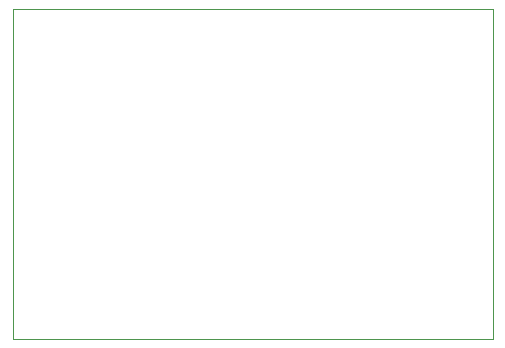
<source format=gbr>
%TF.GenerationSoftware,KiCad,Pcbnew,7.0.9*%
%TF.CreationDate,2023-11-14T02:28:07+09:00*%
%TF.ProjectId,coincall,636f696e-6361-46c6-9c2e-6b696361645f,rev?*%
%TF.SameCoordinates,Original*%
%TF.FileFunction,Profile,NP*%
%FSLAX46Y46*%
G04 Gerber Fmt 4.6, Leading zero omitted, Abs format (unit mm)*
G04 Created by KiCad (PCBNEW 7.0.9) date 2023-11-14 02:28:07*
%MOMM*%
%LPD*%
G01*
G04 APERTURE LIST*
%TA.AperFunction,Profile*%
%ADD10C,0.100000*%
%TD*%
G04 APERTURE END LIST*
D10*
X106680000Y-60960000D02*
X147320000Y-60960000D01*
X147320000Y-88900000D01*
X106680000Y-88900000D01*
X106680000Y-60960000D01*
M02*

</source>
